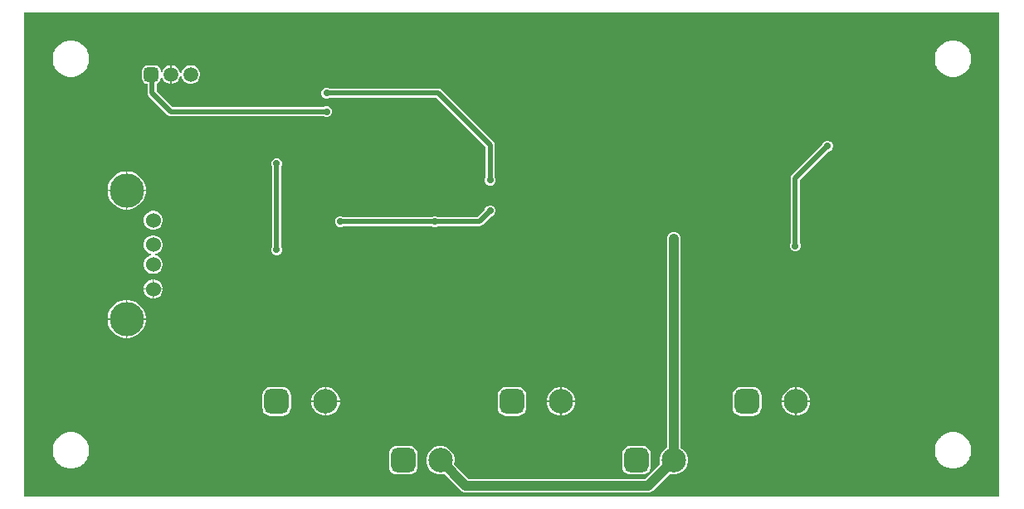
<source format=gbl>
G04*
G04 #@! TF.GenerationSoftware,Altium Limited,Altium Designer,23.4.1 (23)*
G04*
G04 Layer_Physical_Order=2*
G04 Layer_Color=16711680*
%FSLAX44Y44*%
%MOMM*%
G71*
G04*
G04 #@! TF.SameCoordinates,1CC85F37-83BB-4277-A685-93E53EEA7533*
G04*
G04*
G04 #@! TF.FilePolarity,Positive*
G04*
G01*
G75*
%ADD46C,0.5000*%
%ADD47C,1.0000*%
%ADD49C,1.5240*%
%ADD50C,3.5000*%
G04:AMPARAMS|DCode=51|XSize=1.5mm|YSize=1.5mm|CornerRadius=0.375mm|HoleSize=0mm|Usage=FLASHONLY|Rotation=180.000|XOffset=0mm|YOffset=0mm|HoleType=Round|Shape=RoundedRectangle|*
%AMROUNDEDRECTD51*
21,1,1.5000,0.7500,0,0,180.0*
21,1,0.7500,1.5000,0,0,180.0*
1,1,0.7500,-0.3750,0.3750*
1,1,0.7500,0.3750,0.3750*
1,1,0.7500,0.3750,-0.3750*
1,1,0.7500,-0.3750,-0.3750*
%
%ADD51ROUNDEDRECTD51*%
%ADD52C,1.5000*%
G04:AMPARAMS|DCode=53|XSize=2.5mm|YSize=2.5mm|CornerRadius=0.625mm|HoleSize=0mm|Usage=FLASHONLY|Rotation=90.000|XOffset=0mm|YOffset=0mm|HoleType=Round|Shape=RoundedRectangle|*
%AMROUNDEDRECTD53*
21,1,2.5000,1.2500,0,0,90.0*
21,1,1.2500,2.5000,0,0,90.0*
1,1,1.2500,0.6250,0.6250*
1,1,1.2500,0.6250,-0.6250*
1,1,1.2500,-0.6250,-0.6250*
1,1,1.2500,-0.6250,0.6250*
%
%ADD53ROUNDEDRECTD53*%
%ADD54C,2.5000*%
%ADD55C,0.7000*%
G36*
X997515Y2612D02*
X2612D01*
Y497515D01*
X997515D01*
Y2612D01*
D02*
G37*
%LPC*%
G36*
X173401Y443500D02*
X170899D01*
X168483Y442853D01*
X166317Y441602D01*
X164548Y439833D01*
X163297Y437667D01*
X162807Y435838D01*
X161493D01*
X161003Y437667D01*
X159752Y439833D01*
X157983Y441602D01*
X155817Y442853D01*
X153401Y443500D01*
X152900D01*
Y434000D01*
Y424500D01*
X153401D01*
X155817Y425147D01*
X157983Y426398D01*
X159752Y428167D01*
X161003Y430333D01*
X161493Y432162D01*
X162807D01*
X163297Y430333D01*
X164548Y428167D01*
X166317Y426398D01*
X168483Y425147D01*
X170899Y424500D01*
X173401D01*
X175817Y425147D01*
X177983Y426398D01*
X179752Y428167D01*
X181003Y430333D01*
X181650Y432749D01*
Y435251D01*
X181003Y437667D01*
X179752Y439833D01*
X177983Y441602D01*
X175817Y442853D01*
X173401Y443500D01*
D02*
G37*
G36*
X951639Y468613D02*
X948488D01*
X948241Y468563D01*
X947990D01*
X944899Y467949D01*
X944667Y467853D01*
X944421Y467804D01*
X941509Y466597D01*
X941301Y466458D01*
X941068Y466362D01*
X938448Y464611D01*
X938270Y464433D01*
X938062Y464294D01*
X935833Y462065D01*
X935694Y461856D01*
X935516Y461679D01*
X933765Y459058D01*
X933669Y458826D01*
X933530Y458618D01*
X932323Y455706D01*
X932274Y455460D01*
X932178Y455228D01*
X931563Y452137D01*
Y451886D01*
X931515Y451639D01*
Y448488D01*
X931563Y448241D01*
Y447990D01*
X932178Y444899D01*
X932274Y444667D01*
X932323Y444421D01*
X933530Y441509D01*
X933669Y441301D01*
X933765Y441068D01*
X935516Y438448D01*
X935694Y438270D01*
X935833Y438062D01*
X938062Y435833D01*
X938270Y435694D01*
X938448Y435516D01*
X941068Y433765D01*
X941301Y433669D01*
X941509Y433530D01*
X944421Y432323D01*
X944667Y432274D01*
X944899Y432178D01*
X947990Y431563D01*
X948241D01*
X948488Y431515D01*
X951639D01*
X951886Y431563D01*
X952137D01*
X955228Y432178D01*
X955460Y432274D01*
X955706Y432323D01*
X958618Y433530D01*
X958827Y433669D01*
X959058Y433765D01*
X961679Y435516D01*
X961857Y435694D01*
X962065Y435833D01*
X964294Y438062D01*
X964433Y438270D01*
X964611Y438448D01*
X966362Y441068D01*
X966458Y441301D01*
X966597Y441509D01*
X967803Y444421D01*
X967852Y444667D01*
X967949Y444899D01*
X968564Y447990D01*
Y448242D01*
X968612Y448488D01*
Y451639D01*
X968564Y451885D01*
Y452137D01*
X967949Y455228D01*
X967852Y455460D01*
X967803Y455706D01*
X966597Y458618D01*
X966458Y458826D01*
X966362Y459058D01*
X964611Y461679D01*
X964433Y461857D01*
X964294Y462065D01*
X962065Y464294D01*
X961857Y464433D01*
X961679Y464611D01*
X959058Y466362D01*
X958826Y466458D01*
X958618Y466597D01*
X955706Y467804D01*
X955460Y467853D01*
X955228Y467949D01*
X952137Y468563D01*
X951886D01*
X951639Y468613D01*
D02*
G37*
G36*
X51639D02*
X48488D01*
X48242Y468563D01*
X47990D01*
X44899Y467949D01*
X44667Y467853D01*
X44421Y467804D01*
X41509Y466597D01*
X41301Y466458D01*
X41069Y466362D01*
X38448Y464611D01*
X38270Y464433D01*
X38062Y464294D01*
X35833Y462065D01*
X35694Y461856D01*
X35516Y461679D01*
X33765Y459058D01*
X33669Y458826D01*
X33530Y458618D01*
X32323Y455706D01*
X32274Y455460D01*
X32178Y455228D01*
X31563Y452137D01*
Y451886D01*
X31514Y451639D01*
Y448488D01*
X31563Y448241D01*
Y447990D01*
X32178Y444899D01*
X32274Y444667D01*
X32323Y444421D01*
X33530Y441509D01*
X33669Y441301D01*
X33765Y441068D01*
X35516Y438448D01*
X35694Y438270D01*
X35833Y438062D01*
X38062Y435833D01*
X38270Y435694D01*
X38448Y435516D01*
X41069Y433765D01*
X41301Y433669D01*
X41509Y433530D01*
X44421Y432323D01*
X44667Y432274D01*
X44899Y432178D01*
X47990Y431563D01*
X48241D01*
X48488Y431515D01*
X51639D01*
X51886Y431563D01*
X52137D01*
X55228Y432178D01*
X55460Y432274D01*
X55706Y432323D01*
X58618Y433530D01*
X58826Y433669D01*
X59058Y433765D01*
X61679Y435516D01*
X61857Y435694D01*
X62065Y435833D01*
X64294Y438062D01*
X64433Y438270D01*
X64611Y438448D01*
X66362Y441068D01*
X66458Y441301D01*
X66597Y441509D01*
X67804Y444421D01*
X67853Y444667D01*
X67949Y444899D01*
X68563Y447990D01*
Y448242D01*
X68612Y448488D01*
Y451639D01*
X68563Y451885D01*
Y452137D01*
X67949Y455228D01*
X67853Y455460D01*
X67804Y455706D01*
X66597Y458618D01*
X66458Y458826D01*
X66362Y459058D01*
X64611Y461679D01*
X64433Y461857D01*
X64294Y462065D01*
X62065Y464294D01*
X61856Y464433D01*
X61679Y464611D01*
X59058Y466362D01*
X58826Y466458D01*
X58618Y466597D01*
X55706Y467804D01*
X55460Y467853D01*
X55228Y467949D01*
X52137Y468563D01*
X51885D01*
X51639Y468613D01*
D02*
G37*
G36*
X135900Y443613D02*
X128400D01*
X126157Y443166D01*
X124255Y441895D01*
X122984Y439994D01*
X122537Y437750D01*
Y430250D01*
X122984Y428007D01*
X124255Y426105D01*
X126157Y424834D01*
X128312Y424405D01*
Y415100D01*
X128661Y413344D01*
X129656Y411856D01*
X148756Y392756D01*
X150244Y391761D01*
X152000Y391412D01*
X307810D01*
X307885Y391337D01*
X309906Y390500D01*
X312094D01*
X314116Y391337D01*
X315663Y392884D01*
X316500Y394906D01*
Y397094D01*
X315663Y399115D01*
X314116Y400663D01*
X312094Y401500D01*
X309906D01*
X307885Y400663D01*
X307810Y400588D01*
X153900D01*
X137488Y417001D01*
Y424703D01*
X138144Y424834D01*
X140045Y426105D01*
X141316Y428007D01*
X141763Y430250D01*
Y431154D01*
X143033Y431321D01*
X143297Y430333D01*
X144548Y428167D01*
X146317Y426398D01*
X148483Y425147D01*
X150899Y424500D01*
X151400D01*
Y434000D01*
Y443500D01*
X150899D01*
X148483Y442853D01*
X146317Y441602D01*
X144548Y439833D01*
X143297Y437667D01*
X143033Y436679D01*
X141763Y436846D01*
Y437750D01*
X141316Y439994D01*
X140045Y441895D01*
X138144Y443166D01*
X135900Y443613D01*
D02*
G37*
G36*
X312094Y420500D02*
X309906D01*
X307885Y419663D01*
X306337Y418116D01*
X305500Y416094D01*
Y413906D01*
X306337Y411884D01*
X307885Y410337D01*
X309906Y409500D01*
X312094D01*
X314116Y410337D01*
X314190Y410412D01*
X423100D01*
X473412Y360099D01*
Y329190D01*
X473337Y329115D01*
X472500Y327094D01*
Y324906D01*
X473337Y322884D01*
X474884Y321337D01*
X476906Y320500D01*
X479094D01*
X481115Y321337D01*
X482663Y322884D01*
X483500Y324906D01*
Y327094D01*
X482663Y329115D01*
X482588Y329190D01*
Y362000D01*
X482239Y363756D01*
X481244Y365244D01*
X481244Y365244D01*
X428244Y418244D01*
X426756Y419239D01*
X425000Y419588D01*
X314190D01*
X314116Y419663D01*
X312094Y420500D01*
D02*
G37*
G36*
X108821Y335200D02*
X107650D01*
Y316450D01*
X126400D01*
Y317621D01*
X125651Y321388D01*
X124181Y324937D01*
X122047Y328130D01*
X119331Y330847D01*
X116137Y332981D01*
X112588Y334451D01*
X108821Y335200D01*
D02*
G37*
G36*
X106150D02*
X104979D01*
X101212Y334451D01*
X97663Y332981D01*
X94469Y330847D01*
X91753Y328130D01*
X89619Y324937D01*
X88149Y321388D01*
X87400Y317621D01*
Y316450D01*
X106150D01*
Y335200D01*
D02*
G37*
G36*
X126400Y314950D02*
X107650D01*
Y296200D01*
X108821D01*
X112588Y296949D01*
X116137Y298419D01*
X119331Y300553D01*
X122047Y303269D01*
X124181Y306463D01*
X125651Y310012D01*
X126400Y313779D01*
Y314950D01*
D02*
G37*
G36*
X106150D02*
X87400D01*
Y313779D01*
X88149Y310012D01*
X89619Y306463D01*
X91753Y303269D01*
X94469Y300553D01*
X97663Y298419D01*
X101212Y296949D01*
X104979Y296200D01*
X106150D01*
Y314950D01*
D02*
G37*
G36*
X479094Y300500D02*
X476906D01*
X474884Y299663D01*
X473337Y298116D01*
X472500Y296094D01*
Y295989D01*
X465005Y288494D01*
X424690D01*
X424616Y288569D01*
X422594Y289406D01*
X420406D01*
X418385Y288569D01*
X418310Y288494D01*
X328284D01*
X328116Y288663D01*
X326094Y289500D01*
X323906D01*
X321884Y288663D01*
X320337Y287115D01*
X319500Y285094D01*
Y282906D01*
X320337Y280884D01*
X321884Y279337D01*
X323906Y278500D01*
X326094D01*
X328068Y279318D01*
X418310D01*
X418385Y279243D01*
X420406Y278406D01*
X422594D01*
X424616Y279243D01*
X424690Y279318D01*
X466906D01*
X468662Y279667D01*
X470150Y280662D01*
X478989Y289500D01*
X479094D01*
X481115Y290337D01*
X482663Y291884D01*
X483500Y293906D01*
Y296094D01*
X482663Y298116D01*
X481115Y299663D01*
X479094Y300500D01*
D02*
G37*
G36*
X135267Y294620D02*
X132733D01*
X130287Y293964D01*
X128093Y292698D01*
X126302Y290907D01*
X125036Y288713D01*
X124380Y286266D01*
Y283734D01*
X125036Y281287D01*
X126302Y279093D01*
X128093Y277302D01*
X130287Y276036D01*
X132733Y275380D01*
X135267D01*
X137713Y276036D01*
X139907Y277302D01*
X141698Y279093D01*
X142964Y281287D01*
X143620Y283734D01*
Y286266D01*
X142964Y288713D01*
X141698Y290907D01*
X139907Y292698D01*
X137713Y293964D01*
X135267Y294620D01*
D02*
G37*
G36*
X823094Y366500D02*
X820906D01*
X818885Y365663D01*
X817337Y364115D01*
X816500Y362094D01*
Y361989D01*
X785756Y331244D01*
X784761Y329756D01*
X784412Y328000D01*
Y262190D01*
X784337Y262115D01*
X783500Y260094D01*
Y257906D01*
X784337Y255884D01*
X785884Y254337D01*
X787906Y253500D01*
X790094D01*
X792115Y254337D01*
X793663Y255884D01*
X794500Y257906D01*
Y260094D01*
X793663Y262115D01*
X793588Y262190D01*
Y326100D01*
X822989Y355500D01*
X823094D01*
X825116Y356337D01*
X826663Y357884D01*
X827500Y359906D01*
Y362094D01*
X826663Y364115D01*
X825116Y365663D01*
X823094Y366500D01*
D02*
G37*
G36*
X261094Y348500D02*
X258906D01*
X256884Y347663D01*
X255337Y346115D01*
X254500Y344094D01*
Y341906D01*
X255337Y339884D01*
X255412Y339810D01*
Y258190D01*
X255337Y258116D01*
X254500Y256094D01*
Y253906D01*
X255337Y251884D01*
X256884Y250337D01*
X258906Y249500D01*
X261094D01*
X263116Y250337D01*
X264663Y251884D01*
X265500Y253906D01*
Y256094D01*
X264663Y258116D01*
X264588Y258190D01*
Y339810D01*
X264663Y339884D01*
X265500Y341906D01*
Y344094D01*
X264663Y346115D01*
X263116Y347663D01*
X261094Y348500D01*
D02*
G37*
G36*
X135267Y269620D02*
X132733D01*
X130287Y268964D01*
X128093Y267698D01*
X126302Y265907D01*
X125036Y263713D01*
X124380Y261266D01*
Y258734D01*
X125036Y256287D01*
X126302Y254093D01*
X128093Y252302D01*
X130287Y251036D01*
X131698Y250657D01*
Y249343D01*
X130287Y248964D01*
X128093Y247698D01*
X126302Y245907D01*
X125036Y243713D01*
X124380Y241266D01*
Y238734D01*
X125036Y236287D01*
X126302Y234093D01*
X128093Y232302D01*
X130287Y231036D01*
X132733Y230380D01*
X135267D01*
X137713Y231036D01*
X139907Y232302D01*
X141698Y234093D01*
X142964Y236287D01*
X143620Y238734D01*
Y241266D01*
X142964Y243713D01*
X141698Y245907D01*
X139907Y247698D01*
X137713Y248964D01*
X136302Y249343D01*
Y250657D01*
X137713Y251036D01*
X139907Y252302D01*
X141698Y254093D01*
X142964Y256287D01*
X143620Y258734D01*
Y261266D01*
X142964Y263713D01*
X141698Y265907D01*
X139907Y267698D01*
X137713Y268964D01*
X135267Y269620D01*
D02*
G37*
G36*
Y224620D02*
X134750D01*
Y215750D01*
X143620D01*
Y216266D01*
X142964Y218713D01*
X141698Y220907D01*
X139907Y222698D01*
X137713Y223964D01*
X135267Y224620D01*
D02*
G37*
G36*
X133250D02*
X132733D01*
X130287Y223964D01*
X128093Y222698D01*
X126302Y220907D01*
X125036Y218713D01*
X124380Y216266D01*
Y215750D01*
X133250D01*
Y224620D01*
D02*
G37*
G36*
X143620Y214250D02*
X134750D01*
Y205380D01*
X135267D01*
X137713Y206036D01*
X139907Y207302D01*
X141698Y209093D01*
X142964Y211287D01*
X143620Y213734D01*
Y214250D01*
D02*
G37*
G36*
X133250D02*
X124380D01*
Y213734D01*
X125036Y211287D01*
X126302Y209093D01*
X128093Y207302D01*
X130287Y206036D01*
X132733Y205380D01*
X133250D01*
Y214250D01*
D02*
G37*
G36*
X108821Y203800D02*
X107650D01*
Y185050D01*
X126400D01*
Y186221D01*
X125651Y189988D01*
X124181Y193537D01*
X122047Y196730D01*
X119331Y199447D01*
X116137Y201581D01*
X112588Y203051D01*
X108821Y203800D01*
D02*
G37*
G36*
X106150D02*
X104979D01*
X101212Y203051D01*
X97663Y201581D01*
X94469Y199447D01*
X91753Y196730D01*
X89619Y193537D01*
X88149Y189988D01*
X87400Y186221D01*
Y185050D01*
X106150D01*
Y203800D01*
D02*
G37*
G36*
X126400Y183550D02*
X107650D01*
Y164800D01*
X108821D01*
X112588Y165549D01*
X116137Y167019D01*
X119331Y169153D01*
X122047Y171870D01*
X124181Y175063D01*
X125651Y178612D01*
X126400Y182379D01*
Y183550D01*
D02*
G37*
G36*
X106150D02*
X87400D01*
Y182379D01*
X88149Y178612D01*
X89619Y175063D01*
X91753Y171870D01*
X94469Y169153D01*
X97663Y167019D01*
X101212Y165549D01*
X104979Y164800D01*
X106150D01*
Y183550D01*
D02*
G37*
G36*
X791909Y114501D02*
X790750D01*
Y100751D01*
X804500D01*
Y101910D01*
X803512Y105598D01*
X801603Y108904D01*
X798903Y111604D01*
X795597Y113513D01*
X791909Y114501D01*
D02*
G37*
G36*
X789250D02*
X788091D01*
X784403Y113513D01*
X781097Y111604D01*
X778397Y108904D01*
X776488Y105598D01*
X775500Y101910D01*
Y100751D01*
X789250D01*
Y114501D01*
D02*
G37*
G36*
X551909D02*
X550750D01*
Y100751D01*
X564500D01*
Y101910D01*
X563512Y105598D01*
X561603Y108904D01*
X558903Y111604D01*
X555597Y113513D01*
X551909Y114501D01*
D02*
G37*
G36*
X549250D02*
X548091D01*
X544403Y113513D01*
X541097Y111604D01*
X538397Y108904D01*
X536488Y105598D01*
X535500Y101910D01*
Y100751D01*
X549250D01*
Y114501D01*
D02*
G37*
G36*
X311909Y114500D02*
X310750D01*
Y100750D01*
X324500D01*
Y101909D01*
X323512Y105597D01*
X321603Y108903D01*
X318903Y111603D01*
X315597Y113512D01*
X311909Y114500D01*
D02*
G37*
G36*
X309250D02*
X308091D01*
X304403Y113512D01*
X301097Y111603D01*
X298397Y108903D01*
X296488Y105597D01*
X295500Y101909D01*
Y100750D01*
X309250D01*
Y114500D01*
D02*
G37*
G36*
X804500Y99251D02*
X790750D01*
Y85501D01*
X791909D01*
X795597Y86489D01*
X798903Y88398D01*
X801603Y91098D01*
X803512Y94404D01*
X804500Y98092D01*
Y99251D01*
D02*
G37*
G36*
X789250D02*
X775500D01*
Y98092D01*
X776488Y94404D01*
X778397Y91098D01*
X781097Y88398D01*
X784403Y86489D01*
X788091Y85501D01*
X789250D01*
Y99251D01*
D02*
G37*
G36*
X564500Y99251D02*
X550750D01*
Y85501D01*
X551909D01*
X555597Y86489D01*
X558903Y88398D01*
X561603Y91098D01*
X563512Y94404D01*
X564500Y98092D01*
Y99251D01*
D02*
G37*
G36*
X549250D02*
X535500D01*
Y98092D01*
X536488Y94404D01*
X538397Y91098D01*
X541097Y88398D01*
X544403Y86489D01*
X548091Y85501D01*
X549250D01*
Y99251D01*
D02*
G37*
G36*
X324500Y99250D02*
X310750D01*
Y85500D01*
X311909D01*
X315597Y86488D01*
X318903Y88397D01*
X321603Y91097D01*
X323512Y94403D01*
X324500Y98091D01*
Y99250D01*
D02*
G37*
G36*
X309250D02*
X295500D01*
Y98091D01*
X296488Y94403D01*
X298397Y91097D01*
X301097Y88397D01*
X304403Y86488D01*
X308091Y85500D01*
X309250D01*
Y99250D01*
D02*
G37*
G36*
X746250Y114572D02*
X733750D01*
X731596Y114289D01*
X729589Y113457D01*
X727866Y112135D01*
X726544Y110412D01*
X725712Y108405D01*
X725429Y106251D01*
Y93751D01*
X725712Y91597D01*
X726544Y89590D01*
X727866Y87867D01*
X729589Y86545D01*
X731596Y85713D01*
X733750Y85430D01*
X746250D01*
X748404Y85713D01*
X750411Y86545D01*
X752134Y87867D01*
X753456Y89590D01*
X754288Y91597D01*
X754571Y93751D01*
Y106251D01*
X754288Y108405D01*
X753456Y110412D01*
X752134Y112135D01*
X750411Y113457D01*
X748404Y114289D01*
X746250Y114572D01*
D02*
G37*
G36*
X506250D02*
X493750D01*
X491596Y114289D01*
X489589Y113457D01*
X487866Y112135D01*
X486544Y110412D01*
X485712Y108405D01*
X485429Y106251D01*
Y93751D01*
X485712Y91597D01*
X486544Y89590D01*
X487866Y87867D01*
X489589Y86545D01*
X491596Y85713D01*
X493750Y85430D01*
X506250D01*
X508404Y85713D01*
X510411Y86545D01*
X512134Y87867D01*
X513456Y89590D01*
X514288Y91597D01*
X514571Y93751D01*
Y106251D01*
X514288Y108405D01*
X513456Y110412D01*
X512134Y112135D01*
X510411Y113457D01*
X508404Y114289D01*
X506250Y114572D01*
D02*
G37*
G36*
X266250Y114571D02*
X253750D01*
X251596Y114288D01*
X249589Y113456D01*
X247866Y112134D01*
X246544Y110411D01*
X245712Y108404D01*
X245429Y106250D01*
Y93750D01*
X245712Y91596D01*
X246544Y89589D01*
X247866Y87866D01*
X249589Y86544D01*
X251596Y85712D01*
X253750Y85429D01*
X266250D01*
X268404Y85712D01*
X270411Y86544D01*
X272134Y87866D01*
X273456Y89589D01*
X274288Y91596D01*
X274571Y93750D01*
Y106250D01*
X274288Y108404D01*
X273456Y110411D01*
X272134Y112134D01*
X270411Y113456D01*
X268404Y114288D01*
X266250Y114571D01*
D02*
G37*
G36*
X951639Y68612D02*
X948488D01*
X948241Y68563D01*
X947990D01*
X944899Y67949D01*
X944667Y67853D01*
X944421Y67804D01*
X941509Y66597D01*
X941301Y66458D01*
X941068Y66362D01*
X938448Y64611D01*
X938270Y64433D01*
X938062Y64294D01*
X935833Y62065D01*
X935694Y61856D01*
X935516Y61679D01*
X933765Y59058D01*
X933669Y58826D01*
X933530Y58618D01*
X932323Y55706D01*
X932274Y55460D01*
X932178Y55228D01*
X931563Y52137D01*
Y51886D01*
X931515Y51639D01*
Y48488D01*
X931563Y48241D01*
Y47990D01*
X932178Y44899D01*
X932274Y44667D01*
X932323Y44421D01*
X933530Y41509D01*
X933669Y41301D01*
X933765Y41069D01*
X935516Y38448D01*
X935694Y38270D01*
X935833Y38062D01*
X938062Y35833D01*
X938270Y35694D01*
X938448Y35516D01*
X941068Y33765D01*
X941301Y33669D01*
X941509Y33530D01*
X944421Y32323D01*
X944667Y32274D01*
X944899Y32178D01*
X947990Y31563D01*
X948241D01*
X948488Y31514D01*
X951639D01*
X951886Y31563D01*
X952137D01*
X955228Y32178D01*
X955460Y32274D01*
X955706Y32323D01*
X958618Y33530D01*
X958827Y33669D01*
X959058Y33765D01*
X961679Y35516D01*
X961857Y35694D01*
X962065Y35833D01*
X964294Y38062D01*
X964433Y38270D01*
X964611Y38448D01*
X966362Y41069D01*
X966458Y41301D01*
X966597Y41509D01*
X967803Y44421D01*
X967852Y44667D01*
X967949Y44899D01*
X968564Y47990D01*
Y48242D01*
X968612Y48488D01*
Y51639D01*
X968564Y51885D01*
Y52137D01*
X967949Y55228D01*
X967852Y55460D01*
X967803Y55706D01*
X966597Y58618D01*
X966458Y58826D01*
X966362Y59058D01*
X964611Y61679D01*
X964433Y61857D01*
X964294Y62065D01*
X962065Y64294D01*
X961857Y64433D01*
X961679Y64611D01*
X959058Y66362D01*
X958826Y66458D01*
X958618Y66597D01*
X955706Y67804D01*
X955460Y67853D01*
X955228Y67949D01*
X952137Y68563D01*
X951886D01*
X951639Y68612D01*
D02*
G37*
G36*
X51639D02*
X48488D01*
X48242Y68563D01*
X47990D01*
X44899Y67949D01*
X44667Y67853D01*
X44421Y67804D01*
X41509Y66597D01*
X41301Y66458D01*
X41069Y66362D01*
X38448Y64611D01*
X38270Y64433D01*
X38062Y64294D01*
X35833Y62065D01*
X35694Y61856D01*
X35516Y61679D01*
X33765Y59058D01*
X33669Y58826D01*
X33530Y58618D01*
X32323Y55706D01*
X32274Y55460D01*
X32178Y55228D01*
X31563Y52137D01*
Y51886D01*
X31514Y51639D01*
Y48488D01*
X31563Y48241D01*
Y47990D01*
X32178Y44899D01*
X32274Y44667D01*
X32323Y44421D01*
X33530Y41509D01*
X33669Y41301D01*
X33765Y41069D01*
X35516Y38448D01*
X35694Y38270D01*
X35833Y38062D01*
X38062Y35833D01*
X38270Y35694D01*
X38448Y35516D01*
X41069Y33765D01*
X41301Y33669D01*
X41509Y33530D01*
X44421Y32323D01*
X44667Y32274D01*
X44899Y32178D01*
X47990Y31563D01*
X48241D01*
X48488Y31514D01*
X51639D01*
X51886Y31563D01*
X52137D01*
X55228Y32178D01*
X55460Y32274D01*
X55706Y32323D01*
X58618Y33530D01*
X58826Y33669D01*
X59058Y33765D01*
X61679Y35516D01*
X61857Y35694D01*
X62065Y35833D01*
X64294Y38062D01*
X64433Y38270D01*
X64611Y38448D01*
X66362Y41069D01*
X66458Y41301D01*
X66597Y41509D01*
X67804Y44421D01*
X67853Y44667D01*
X67949Y44899D01*
X68563Y47990D01*
Y48242D01*
X68612Y48488D01*
Y51639D01*
X68563Y51885D01*
Y52137D01*
X67949Y55228D01*
X67853Y55460D01*
X67804Y55706D01*
X66597Y58618D01*
X66458Y58826D01*
X66362Y59058D01*
X64611Y61679D01*
X64433Y61857D01*
X64294Y62065D01*
X62065Y64294D01*
X61856Y64433D01*
X61679Y64611D01*
X59058Y66362D01*
X58826Y66458D01*
X58618Y66597D01*
X55706Y67804D01*
X55460Y67853D01*
X55228Y67949D01*
X52137Y68563D01*
X51885D01*
X51639Y68612D01*
D02*
G37*
G36*
X633250Y54571D02*
X620750D01*
X618596Y54288D01*
X616589Y53456D01*
X614866Y52134D01*
X613544Y50411D01*
X612712Y48404D01*
X612429Y46250D01*
Y33750D01*
X612712Y31596D01*
X613544Y29589D01*
X614866Y27866D01*
X616589Y26544D01*
X618596Y25712D01*
X620750Y25429D01*
X633250D01*
X635404Y25712D01*
X637411Y26544D01*
X639134Y27866D01*
X640456Y29589D01*
X641288Y31596D01*
X641571Y33750D01*
Y46250D01*
X641288Y48404D01*
X640456Y50411D01*
X639134Y52134D01*
X637411Y53456D01*
X635404Y54288D01*
X633250Y54571D01*
D02*
G37*
G36*
X395250D02*
X382750D01*
X380596Y54288D01*
X378589Y53456D01*
X376866Y52134D01*
X375544Y50411D01*
X374712Y48404D01*
X374429Y46250D01*
Y33750D01*
X374712Y31596D01*
X375544Y29589D01*
X376866Y27866D01*
X378589Y26544D01*
X380596Y25712D01*
X382750Y25429D01*
X395250D01*
X397404Y25712D01*
X399411Y26544D01*
X401134Y27866D01*
X402456Y29589D01*
X403288Y31596D01*
X403571Y33750D01*
Y46250D01*
X403288Y48404D01*
X402456Y50411D01*
X401134Y52134D01*
X399411Y53456D01*
X397404Y54288D01*
X395250Y54571D01*
D02*
G37*
G36*
X665100Y273060D02*
X663273Y272820D01*
X661570Y272115D01*
X660107Y270992D01*
X658986Y269530D01*
X658280Y267827D01*
X658040Y266000D01*
Y52667D01*
X656197Y51603D01*
X653497Y48903D01*
X651588Y45597D01*
X650600Y41909D01*
Y38091D01*
X651151Y36036D01*
X636175Y21060D01*
X456025D01*
X441049Y36036D01*
X441600Y38091D01*
Y41909D01*
X440612Y45597D01*
X438703Y48903D01*
X436003Y51603D01*
X432697Y53512D01*
X429009Y54500D01*
X425191D01*
X421503Y53512D01*
X418197Y51603D01*
X415497Y48903D01*
X413588Y45597D01*
X412600Y41909D01*
Y38091D01*
X413588Y34403D01*
X415497Y31097D01*
X418197Y28397D01*
X421503Y26488D01*
X425191Y25500D01*
X429009D01*
X431064Y26051D01*
X448108Y9008D01*
X449570Y7886D01*
X451273Y7180D01*
X453100Y6940D01*
X639100D01*
X640927Y7180D01*
X642630Y7886D01*
X644092Y9008D01*
X661136Y26051D01*
X663191Y25500D01*
X667009D01*
X670697Y26488D01*
X674003Y28397D01*
X676703Y31097D01*
X678612Y34403D01*
X679600Y38091D01*
Y41909D01*
X678612Y45597D01*
X676703Y48903D01*
X674003Y51603D01*
X672160Y52667D01*
Y266000D01*
X671920Y267827D01*
X671215Y269530D01*
X670092Y270992D01*
X668630Y272115D01*
X666927Y272820D01*
X665100Y273060D01*
D02*
G37*
%LPD*%
D46*
X132900Y415100D02*
Y434000D01*
Y415100D02*
X152000Y396000D01*
X311000D01*
X325000Y284000D02*
X325094Y283906D01*
X421500D01*
X466906D01*
X478000Y295000D01*
X789000Y259000D02*
Y328000D01*
X822000Y361000D01*
X425000Y415000D02*
X478000Y362000D01*
Y362000D01*
Y326000D02*
Y362000D01*
X311000Y415000D02*
X425000D01*
X260000Y255000D02*
Y343000D01*
D47*
X665100Y40000D02*
Y266000D01*
X427100Y40000D02*
X453100Y14000D01*
X639100D02*
X665100Y40000D01*
X453100Y14000D02*
X639100D01*
D49*
X134000Y215000D02*
D03*
Y240000D02*
D03*
Y260000D02*
D03*
Y285000D02*
D03*
D50*
X106900Y315700D02*
D03*
Y184300D02*
D03*
D51*
X132150Y434000D02*
D03*
D52*
X152150D02*
D03*
X172150D02*
D03*
D53*
X389000Y40000D02*
D03*
X500000Y100001D02*
D03*
X627000Y40000D02*
D03*
X740000Y100001D02*
D03*
X260000Y100000D02*
D03*
D54*
X427100Y40000D02*
D03*
X550000Y100001D02*
D03*
X665100Y40000D02*
D03*
X790000Y100001D02*
D03*
X310000Y100000D02*
D03*
D55*
X152000Y414000D02*
D03*
X196000Y429900D02*
D03*
X217000D02*
D03*
X207000Y440900D02*
D03*
X752900Y392800D02*
D03*
X836800Y186900D02*
D03*
X824000Y174100D02*
D03*
X806000Y174100D02*
D03*
X788000Y174100D02*
D03*
X771000Y174000D02*
D03*
X465000Y300000D02*
D03*
X350900Y449500D02*
D03*
X339900Y460500D02*
D03*
X280000Y465100D02*
D03*
X290000Y454100D02*
D03*
X269000D02*
D03*
X455000Y266000D02*
D03*
X544000Y296000D02*
D03*
X531000Y284000D02*
D03*
X766300Y241500D02*
D03*
X780000Y233000D02*
D03*
X780000Y250000D02*
D03*
X833800Y274000D02*
D03*
X819800Y263000D02*
D03*
X820000Y285000D02*
D03*
X375000Y431000D02*
D03*
X325000Y284000D02*
D03*
X324000Y300000D02*
D03*
X419000Y351000D02*
D03*
X407000Y364000D02*
D03*
X345000Y300000D02*
D03*
X335000Y311000D02*
D03*
X339000Y351000D02*
D03*
X351000Y364000D02*
D03*
X421500Y283906D02*
D03*
X251000Y299000D02*
D03*
X271000D02*
D03*
X665000Y266000D02*
D03*
Y257000D02*
D03*
Y248000D02*
D03*
X820000Y307000D02*
D03*
X834000Y296000D02*
D03*
X812500Y333000D02*
D03*
X781000Y334000D02*
D03*
X800000Y360000D02*
D03*
X738000Y368000D02*
D03*
X716000Y356000D02*
D03*
Y380000D02*
D03*
X822000Y361000D02*
D03*
X789000Y259000D02*
D03*
X478000Y326000D02*
D03*
X311000Y415000D02*
D03*
Y396000D02*
D03*
X228000Y384000D02*
D03*
X260000Y343000D02*
D03*
Y255000D02*
D03*
X478000Y295000D02*
D03*
M02*

</source>
